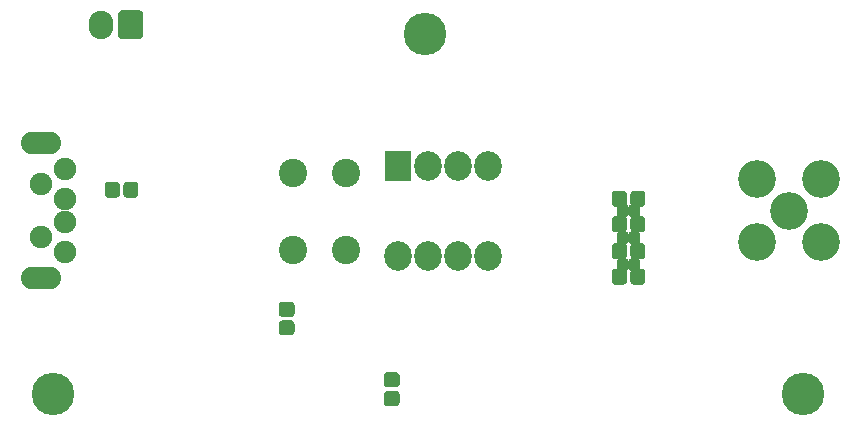
<source format=gbs>
G04 #@! TF.GenerationSoftware,KiCad,Pcbnew,5.1.2-f72e74a~84~ubuntu16.04.1*
G04 #@! TF.CreationDate,2019-06-16T18:40:27+01:00*
G04 #@! TF.ProjectId,TCXOsource,5443584f-736f-4757-9263-652e6b696361,rev?*
G04 #@! TF.SameCoordinates,Original*
G04 #@! TF.FileFunction,Soldermask,Bot*
G04 #@! TF.FilePolarity,Negative*
%FSLAX46Y46*%
G04 Gerber Fmt 4.6, Leading zero omitted, Abs format (unit mm)*
G04 Created by KiCad (PCBNEW 5.1.2-f72e74a~84~ubuntu16.04.1) date 2019-06-16 18:40:27*
%MOMM*%
%LPD*%
G04 APERTURE LIST*
%ADD10C,0.100000*%
%ADD11C,0.990000*%
%ADD12C,1.275000*%
%ADD13C,1.900000*%
%ADD14O,3.400000X1.900000*%
%ADD15C,2.100000*%
%ADD16O,2.100000X2.400000*%
%ADD17C,3.200000*%
%ADD18C,2.400000*%
%ADD19C,3.600000*%
%ADD20O,2.300000X2.500000*%
%ADD21R,2.300000X2.500000*%
G04 APERTURE END LIST*
D10*
G36*
X205018759Y-103113192D02*
G01*
X205042785Y-103116756D01*
X205066345Y-103122657D01*
X205089214Y-103130840D01*
X205111171Y-103141224D01*
X205132004Y-103153711D01*
X205151512Y-103168180D01*
X205169509Y-103184491D01*
X205185820Y-103202488D01*
X205200289Y-103221996D01*
X205212776Y-103242829D01*
X205223160Y-103264786D01*
X205231343Y-103287655D01*
X205237244Y-103311215D01*
X205240808Y-103335241D01*
X205242000Y-103359500D01*
X205242000Y-103904500D01*
X205240808Y-103928759D01*
X205237244Y-103952785D01*
X205231343Y-103976345D01*
X205223160Y-103999214D01*
X205212776Y-104021171D01*
X205200289Y-104042004D01*
X205185820Y-104061512D01*
X205169509Y-104079509D01*
X205151512Y-104095820D01*
X205132004Y-104110289D01*
X205111171Y-104122776D01*
X205089214Y-104133160D01*
X205066345Y-104141343D01*
X205042785Y-104147244D01*
X205018759Y-104150808D01*
X204994500Y-104152000D01*
X204499500Y-104152000D01*
X204475241Y-104150808D01*
X204451215Y-104147244D01*
X204427655Y-104141343D01*
X204404786Y-104133160D01*
X204382829Y-104122776D01*
X204361996Y-104110289D01*
X204342488Y-104095820D01*
X204324491Y-104079509D01*
X204308180Y-104061512D01*
X204293711Y-104042004D01*
X204281224Y-104021171D01*
X204270840Y-103999214D01*
X204262657Y-103976345D01*
X204256756Y-103952785D01*
X204253192Y-103928759D01*
X204252000Y-103904500D01*
X204252000Y-103359500D01*
X204253192Y-103335241D01*
X204256756Y-103311215D01*
X204262657Y-103287655D01*
X204270840Y-103264786D01*
X204281224Y-103242829D01*
X204293711Y-103221996D01*
X204308180Y-103202488D01*
X204324491Y-103184491D01*
X204342488Y-103168180D01*
X204361996Y-103153711D01*
X204382829Y-103141224D01*
X204404786Y-103130840D01*
X204427655Y-103122657D01*
X204451215Y-103116756D01*
X204475241Y-103113192D01*
X204499500Y-103112000D01*
X204994500Y-103112000D01*
X205018759Y-103113192D01*
X205018759Y-103113192D01*
G37*
D11*
X204747000Y-103632000D03*
D10*
G36*
X205988759Y-103113192D02*
G01*
X206012785Y-103116756D01*
X206036345Y-103122657D01*
X206059214Y-103130840D01*
X206081171Y-103141224D01*
X206102004Y-103153711D01*
X206121512Y-103168180D01*
X206139509Y-103184491D01*
X206155820Y-103202488D01*
X206170289Y-103221996D01*
X206182776Y-103242829D01*
X206193160Y-103264786D01*
X206201343Y-103287655D01*
X206207244Y-103311215D01*
X206210808Y-103335241D01*
X206212000Y-103359500D01*
X206212000Y-103904500D01*
X206210808Y-103928759D01*
X206207244Y-103952785D01*
X206201343Y-103976345D01*
X206193160Y-103999214D01*
X206182776Y-104021171D01*
X206170289Y-104042004D01*
X206155820Y-104061512D01*
X206139509Y-104079509D01*
X206121512Y-104095820D01*
X206102004Y-104110289D01*
X206081171Y-104122776D01*
X206059214Y-104133160D01*
X206036345Y-104141343D01*
X206012785Y-104147244D01*
X205988759Y-104150808D01*
X205964500Y-104152000D01*
X205469500Y-104152000D01*
X205445241Y-104150808D01*
X205421215Y-104147244D01*
X205397655Y-104141343D01*
X205374786Y-104133160D01*
X205352829Y-104122776D01*
X205331996Y-104110289D01*
X205312488Y-104095820D01*
X205294491Y-104079509D01*
X205278180Y-104061512D01*
X205263711Y-104042004D01*
X205251224Y-104021171D01*
X205240840Y-103999214D01*
X205232657Y-103976345D01*
X205226756Y-103952785D01*
X205223192Y-103928759D01*
X205222000Y-103904500D01*
X205222000Y-103359500D01*
X205223192Y-103335241D01*
X205226756Y-103311215D01*
X205232657Y-103287655D01*
X205240840Y-103264786D01*
X205251224Y-103242829D01*
X205263711Y-103221996D01*
X205278180Y-103202488D01*
X205294491Y-103184491D01*
X205312488Y-103168180D01*
X205331996Y-103153711D01*
X205352829Y-103141224D01*
X205374786Y-103130840D01*
X205397655Y-103122657D01*
X205421215Y-103116756D01*
X205445241Y-103113192D01*
X205469500Y-103112000D01*
X205964500Y-103112000D01*
X205988759Y-103113192D01*
X205988759Y-103113192D01*
G37*
D11*
X205717000Y-103632000D03*
D10*
G36*
X205018759Y-98541192D02*
G01*
X205042785Y-98544756D01*
X205066345Y-98550657D01*
X205089214Y-98558840D01*
X205111171Y-98569224D01*
X205132004Y-98581711D01*
X205151512Y-98596180D01*
X205169509Y-98612491D01*
X205185820Y-98630488D01*
X205200289Y-98649996D01*
X205212776Y-98670829D01*
X205223160Y-98692786D01*
X205231343Y-98715655D01*
X205237244Y-98739215D01*
X205240808Y-98763241D01*
X205242000Y-98787500D01*
X205242000Y-99332500D01*
X205240808Y-99356759D01*
X205237244Y-99380785D01*
X205231343Y-99404345D01*
X205223160Y-99427214D01*
X205212776Y-99449171D01*
X205200289Y-99470004D01*
X205185820Y-99489512D01*
X205169509Y-99507509D01*
X205151512Y-99523820D01*
X205132004Y-99538289D01*
X205111171Y-99550776D01*
X205089214Y-99561160D01*
X205066345Y-99569343D01*
X205042785Y-99575244D01*
X205018759Y-99578808D01*
X204994500Y-99580000D01*
X204499500Y-99580000D01*
X204475241Y-99578808D01*
X204451215Y-99575244D01*
X204427655Y-99569343D01*
X204404786Y-99561160D01*
X204382829Y-99550776D01*
X204361996Y-99538289D01*
X204342488Y-99523820D01*
X204324491Y-99507509D01*
X204308180Y-99489512D01*
X204293711Y-99470004D01*
X204281224Y-99449171D01*
X204270840Y-99427214D01*
X204262657Y-99404345D01*
X204256756Y-99380785D01*
X204253192Y-99356759D01*
X204252000Y-99332500D01*
X204252000Y-98787500D01*
X204253192Y-98763241D01*
X204256756Y-98739215D01*
X204262657Y-98715655D01*
X204270840Y-98692786D01*
X204281224Y-98670829D01*
X204293711Y-98649996D01*
X204308180Y-98630488D01*
X204324491Y-98612491D01*
X204342488Y-98596180D01*
X204361996Y-98581711D01*
X204382829Y-98569224D01*
X204404786Y-98558840D01*
X204427655Y-98550657D01*
X204451215Y-98544756D01*
X204475241Y-98541192D01*
X204499500Y-98540000D01*
X204994500Y-98540000D01*
X205018759Y-98541192D01*
X205018759Y-98541192D01*
G37*
D11*
X204747000Y-99060000D03*
D10*
G36*
X205988759Y-98541192D02*
G01*
X206012785Y-98544756D01*
X206036345Y-98550657D01*
X206059214Y-98558840D01*
X206081171Y-98569224D01*
X206102004Y-98581711D01*
X206121512Y-98596180D01*
X206139509Y-98612491D01*
X206155820Y-98630488D01*
X206170289Y-98649996D01*
X206182776Y-98670829D01*
X206193160Y-98692786D01*
X206201343Y-98715655D01*
X206207244Y-98739215D01*
X206210808Y-98763241D01*
X206212000Y-98787500D01*
X206212000Y-99332500D01*
X206210808Y-99356759D01*
X206207244Y-99380785D01*
X206201343Y-99404345D01*
X206193160Y-99427214D01*
X206182776Y-99449171D01*
X206170289Y-99470004D01*
X206155820Y-99489512D01*
X206139509Y-99507509D01*
X206121512Y-99523820D01*
X206102004Y-99538289D01*
X206081171Y-99550776D01*
X206059214Y-99561160D01*
X206036345Y-99569343D01*
X206012785Y-99575244D01*
X205988759Y-99578808D01*
X205964500Y-99580000D01*
X205469500Y-99580000D01*
X205445241Y-99578808D01*
X205421215Y-99575244D01*
X205397655Y-99569343D01*
X205374786Y-99561160D01*
X205352829Y-99550776D01*
X205331996Y-99538289D01*
X205312488Y-99523820D01*
X205294491Y-99507509D01*
X205278180Y-99489512D01*
X205263711Y-99470004D01*
X205251224Y-99449171D01*
X205240840Y-99427214D01*
X205232657Y-99404345D01*
X205226756Y-99380785D01*
X205223192Y-99356759D01*
X205222000Y-99332500D01*
X205222000Y-98787500D01*
X205223192Y-98763241D01*
X205226756Y-98739215D01*
X205232657Y-98715655D01*
X205240840Y-98692786D01*
X205251224Y-98670829D01*
X205263711Y-98649996D01*
X205278180Y-98630488D01*
X205294491Y-98612491D01*
X205312488Y-98596180D01*
X205331996Y-98581711D01*
X205352829Y-98569224D01*
X205374786Y-98558840D01*
X205397655Y-98550657D01*
X205421215Y-98544756D01*
X205445241Y-98541192D01*
X205469500Y-98540000D01*
X205964500Y-98540000D01*
X205988759Y-98541192D01*
X205988759Y-98541192D01*
G37*
D11*
X205717000Y-99060000D03*
D10*
G36*
X204794493Y-97370535D02*
G01*
X204825435Y-97375125D01*
X204855778Y-97382725D01*
X204885230Y-97393263D01*
X204913508Y-97406638D01*
X204940338Y-97422719D01*
X204965463Y-97441353D01*
X204988640Y-97462360D01*
X205009647Y-97485537D01*
X205028281Y-97510662D01*
X205044362Y-97537492D01*
X205057737Y-97565770D01*
X205068275Y-97595222D01*
X205075875Y-97625565D01*
X205080465Y-97656507D01*
X205082000Y-97687750D01*
X205082000Y-98400250D01*
X205080465Y-98431493D01*
X205075875Y-98462435D01*
X205068275Y-98492778D01*
X205057737Y-98522230D01*
X205044362Y-98550508D01*
X205028281Y-98577338D01*
X205009647Y-98602463D01*
X204988640Y-98625640D01*
X204965463Y-98646647D01*
X204940338Y-98665281D01*
X204913508Y-98681362D01*
X204885230Y-98694737D01*
X204855778Y-98705275D01*
X204825435Y-98712875D01*
X204794493Y-98717465D01*
X204763250Y-98719000D01*
X204125750Y-98719000D01*
X204094507Y-98717465D01*
X204063565Y-98712875D01*
X204033222Y-98705275D01*
X204003770Y-98694737D01*
X203975492Y-98681362D01*
X203948662Y-98665281D01*
X203923537Y-98646647D01*
X203900360Y-98625640D01*
X203879353Y-98602463D01*
X203860719Y-98577338D01*
X203844638Y-98550508D01*
X203831263Y-98522230D01*
X203820725Y-98492778D01*
X203813125Y-98462435D01*
X203808535Y-98431493D01*
X203807000Y-98400250D01*
X203807000Y-97687750D01*
X203808535Y-97656507D01*
X203813125Y-97625565D01*
X203820725Y-97595222D01*
X203831263Y-97565770D01*
X203844638Y-97537492D01*
X203860719Y-97510662D01*
X203879353Y-97485537D01*
X203900360Y-97462360D01*
X203923537Y-97441353D01*
X203948662Y-97422719D01*
X203975492Y-97406638D01*
X204003770Y-97393263D01*
X204033222Y-97382725D01*
X204063565Y-97375125D01*
X204094507Y-97370535D01*
X204125750Y-97369000D01*
X204763250Y-97369000D01*
X204794493Y-97370535D01*
X204794493Y-97370535D01*
G37*
D12*
X204444500Y-98044000D03*
D10*
G36*
X206369493Y-97370535D02*
G01*
X206400435Y-97375125D01*
X206430778Y-97382725D01*
X206460230Y-97393263D01*
X206488508Y-97406638D01*
X206515338Y-97422719D01*
X206540463Y-97441353D01*
X206563640Y-97462360D01*
X206584647Y-97485537D01*
X206603281Y-97510662D01*
X206619362Y-97537492D01*
X206632737Y-97565770D01*
X206643275Y-97595222D01*
X206650875Y-97625565D01*
X206655465Y-97656507D01*
X206657000Y-97687750D01*
X206657000Y-98400250D01*
X206655465Y-98431493D01*
X206650875Y-98462435D01*
X206643275Y-98492778D01*
X206632737Y-98522230D01*
X206619362Y-98550508D01*
X206603281Y-98577338D01*
X206584647Y-98602463D01*
X206563640Y-98625640D01*
X206540463Y-98646647D01*
X206515338Y-98665281D01*
X206488508Y-98681362D01*
X206460230Y-98694737D01*
X206430778Y-98705275D01*
X206400435Y-98712875D01*
X206369493Y-98717465D01*
X206338250Y-98719000D01*
X205700750Y-98719000D01*
X205669507Y-98717465D01*
X205638565Y-98712875D01*
X205608222Y-98705275D01*
X205578770Y-98694737D01*
X205550492Y-98681362D01*
X205523662Y-98665281D01*
X205498537Y-98646647D01*
X205475360Y-98625640D01*
X205454353Y-98602463D01*
X205435719Y-98577338D01*
X205419638Y-98550508D01*
X205406263Y-98522230D01*
X205395725Y-98492778D01*
X205388125Y-98462435D01*
X205383535Y-98431493D01*
X205382000Y-98400250D01*
X205382000Y-97687750D01*
X205383535Y-97656507D01*
X205388125Y-97625565D01*
X205395725Y-97595222D01*
X205406263Y-97565770D01*
X205419638Y-97537492D01*
X205435719Y-97510662D01*
X205454353Y-97485537D01*
X205475360Y-97462360D01*
X205498537Y-97441353D01*
X205523662Y-97422719D01*
X205550492Y-97406638D01*
X205578770Y-97393263D01*
X205608222Y-97382725D01*
X205638565Y-97375125D01*
X205669507Y-97370535D01*
X205700750Y-97369000D01*
X206338250Y-97369000D01*
X206369493Y-97370535D01*
X206369493Y-97370535D01*
G37*
D12*
X206019500Y-98044000D03*
D13*
X155448000Y-101310000D03*
X155448000Y-96810000D03*
X157548000Y-100060000D03*
X157548000Y-98060000D03*
X157548000Y-102560000D03*
X157548000Y-95560000D03*
D14*
X155448000Y-104760000D03*
X155448000Y-93360000D03*
D10*
G36*
X176663493Y-108355535D02*
G01*
X176694435Y-108360125D01*
X176724778Y-108367725D01*
X176754230Y-108378263D01*
X176782508Y-108391638D01*
X176809338Y-108407719D01*
X176834463Y-108426353D01*
X176857640Y-108447360D01*
X176878647Y-108470537D01*
X176897281Y-108495662D01*
X176913362Y-108522492D01*
X176926737Y-108550770D01*
X176937275Y-108580222D01*
X176944875Y-108610565D01*
X176949465Y-108641507D01*
X176951000Y-108672750D01*
X176951000Y-109310250D01*
X176949465Y-109341493D01*
X176944875Y-109372435D01*
X176937275Y-109402778D01*
X176926737Y-109432230D01*
X176913362Y-109460508D01*
X176897281Y-109487338D01*
X176878647Y-109512463D01*
X176857640Y-109535640D01*
X176834463Y-109556647D01*
X176809338Y-109575281D01*
X176782508Y-109591362D01*
X176754230Y-109604737D01*
X176724778Y-109615275D01*
X176694435Y-109622875D01*
X176663493Y-109627465D01*
X176632250Y-109629000D01*
X175919750Y-109629000D01*
X175888507Y-109627465D01*
X175857565Y-109622875D01*
X175827222Y-109615275D01*
X175797770Y-109604737D01*
X175769492Y-109591362D01*
X175742662Y-109575281D01*
X175717537Y-109556647D01*
X175694360Y-109535640D01*
X175673353Y-109512463D01*
X175654719Y-109487338D01*
X175638638Y-109460508D01*
X175625263Y-109432230D01*
X175614725Y-109402778D01*
X175607125Y-109372435D01*
X175602535Y-109341493D01*
X175601000Y-109310250D01*
X175601000Y-108672750D01*
X175602535Y-108641507D01*
X175607125Y-108610565D01*
X175614725Y-108580222D01*
X175625263Y-108550770D01*
X175638638Y-108522492D01*
X175654719Y-108495662D01*
X175673353Y-108470537D01*
X175694360Y-108447360D01*
X175717537Y-108426353D01*
X175742662Y-108407719D01*
X175769492Y-108391638D01*
X175797770Y-108378263D01*
X175827222Y-108367725D01*
X175857565Y-108360125D01*
X175888507Y-108355535D01*
X175919750Y-108354000D01*
X176632250Y-108354000D01*
X176663493Y-108355535D01*
X176663493Y-108355535D01*
G37*
D12*
X176276000Y-108991500D03*
D10*
G36*
X176663493Y-106780535D02*
G01*
X176694435Y-106785125D01*
X176724778Y-106792725D01*
X176754230Y-106803263D01*
X176782508Y-106816638D01*
X176809338Y-106832719D01*
X176834463Y-106851353D01*
X176857640Y-106872360D01*
X176878647Y-106895537D01*
X176897281Y-106920662D01*
X176913362Y-106947492D01*
X176926737Y-106975770D01*
X176937275Y-107005222D01*
X176944875Y-107035565D01*
X176949465Y-107066507D01*
X176951000Y-107097750D01*
X176951000Y-107735250D01*
X176949465Y-107766493D01*
X176944875Y-107797435D01*
X176937275Y-107827778D01*
X176926737Y-107857230D01*
X176913362Y-107885508D01*
X176897281Y-107912338D01*
X176878647Y-107937463D01*
X176857640Y-107960640D01*
X176834463Y-107981647D01*
X176809338Y-108000281D01*
X176782508Y-108016362D01*
X176754230Y-108029737D01*
X176724778Y-108040275D01*
X176694435Y-108047875D01*
X176663493Y-108052465D01*
X176632250Y-108054000D01*
X175919750Y-108054000D01*
X175888507Y-108052465D01*
X175857565Y-108047875D01*
X175827222Y-108040275D01*
X175797770Y-108029737D01*
X175769492Y-108016362D01*
X175742662Y-108000281D01*
X175717537Y-107981647D01*
X175694360Y-107960640D01*
X175673353Y-107937463D01*
X175654719Y-107912338D01*
X175638638Y-107885508D01*
X175625263Y-107857230D01*
X175614725Y-107827778D01*
X175607125Y-107797435D01*
X175602535Y-107766493D01*
X175601000Y-107735250D01*
X175601000Y-107097750D01*
X175602535Y-107066507D01*
X175607125Y-107035565D01*
X175614725Y-107005222D01*
X175625263Y-106975770D01*
X175638638Y-106947492D01*
X175654719Y-106920662D01*
X175673353Y-106895537D01*
X175694360Y-106872360D01*
X175717537Y-106851353D01*
X175742662Y-106832719D01*
X175769492Y-106816638D01*
X175797770Y-106803263D01*
X175827222Y-106792725D01*
X175857565Y-106785125D01*
X175888507Y-106780535D01*
X175919750Y-106779000D01*
X176632250Y-106779000D01*
X176663493Y-106780535D01*
X176663493Y-106780535D01*
G37*
D12*
X176276000Y-107416500D03*
D10*
G36*
X163839447Y-82113487D02*
G01*
X163869425Y-82117934D01*
X163898824Y-82125298D01*
X163927358Y-82135508D01*
X163954755Y-82148465D01*
X163980750Y-82164046D01*
X164005092Y-82182100D01*
X164027548Y-82202452D01*
X164047900Y-82224908D01*
X164065954Y-82249250D01*
X164081535Y-82275245D01*
X164094492Y-82302642D01*
X164104702Y-82331176D01*
X164112066Y-82360575D01*
X164116513Y-82390553D01*
X164118000Y-82420823D01*
X164118000Y-84203177D01*
X164116513Y-84233447D01*
X164112066Y-84263425D01*
X164104702Y-84292824D01*
X164094492Y-84321358D01*
X164081535Y-84348755D01*
X164065954Y-84374750D01*
X164047900Y-84399092D01*
X164027548Y-84421548D01*
X164005092Y-84441900D01*
X163980750Y-84459954D01*
X163954755Y-84475535D01*
X163927358Y-84488492D01*
X163898824Y-84498702D01*
X163869425Y-84506066D01*
X163839447Y-84510513D01*
X163809177Y-84512000D01*
X162326823Y-84512000D01*
X162296553Y-84510513D01*
X162266575Y-84506066D01*
X162237176Y-84498702D01*
X162208642Y-84488492D01*
X162181245Y-84475535D01*
X162155250Y-84459954D01*
X162130908Y-84441900D01*
X162108452Y-84421548D01*
X162088100Y-84399092D01*
X162070046Y-84374750D01*
X162054465Y-84348755D01*
X162041508Y-84321358D01*
X162031298Y-84292824D01*
X162023934Y-84263425D01*
X162019487Y-84233447D01*
X162018000Y-84203177D01*
X162018000Y-82420823D01*
X162019487Y-82390553D01*
X162023934Y-82360575D01*
X162031298Y-82331176D01*
X162041508Y-82302642D01*
X162054465Y-82275245D01*
X162070046Y-82249250D01*
X162088100Y-82224908D01*
X162108452Y-82202452D01*
X162130908Y-82182100D01*
X162155250Y-82164046D01*
X162181245Y-82148465D01*
X162208642Y-82135508D01*
X162237176Y-82125298D01*
X162266575Y-82117934D01*
X162296553Y-82113487D01*
X162326823Y-82112000D01*
X163809177Y-82112000D01*
X163839447Y-82113487D01*
X163839447Y-82113487D01*
G37*
D15*
X163068000Y-83312000D03*
D16*
X160568000Y-83312000D03*
D17*
X218821000Y-99060000D03*
X221521000Y-101760000D03*
X221521000Y-96360000D03*
X216121000Y-96360000D03*
X216121000Y-101760000D03*
D10*
G36*
X163443493Y-96608535D02*
G01*
X163474435Y-96613125D01*
X163504778Y-96620725D01*
X163534230Y-96631263D01*
X163562508Y-96644638D01*
X163589338Y-96660719D01*
X163614463Y-96679353D01*
X163637640Y-96700360D01*
X163658647Y-96723537D01*
X163677281Y-96748662D01*
X163693362Y-96775492D01*
X163706737Y-96803770D01*
X163717275Y-96833222D01*
X163724875Y-96863565D01*
X163729465Y-96894507D01*
X163731000Y-96925750D01*
X163731000Y-97638250D01*
X163729465Y-97669493D01*
X163724875Y-97700435D01*
X163717275Y-97730778D01*
X163706737Y-97760230D01*
X163693362Y-97788508D01*
X163677281Y-97815338D01*
X163658647Y-97840463D01*
X163637640Y-97863640D01*
X163614463Y-97884647D01*
X163589338Y-97903281D01*
X163562508Y-97919362D01*
X163534230Y-97932737D01*
X163504778Y-97943275D01*
X163474435Y-97950875D01*
X163443493Y-97955465D01*
X163412250Y-97957000D01*
X162774750Y-97957000D01*
X162743507Y-97955465D01*
X162712565Y-97950875D01*
X162682222Y-97943275D01*
X162652770Y-97932737D01*
X162624492Y-97919362D01*
X162597662Y-97903281D01*
X162572537Y-97884647D01*
X162549360Y-97863640D01*
X162528353Y-97840463D01*
X162509719Y-97815338D01*
X162493638Y-97788508D01*
X162480263Y-97760230D01*
X162469725Y-97730778D01*
X162462125Y-97700435D01*
X162457535Y-97669493D01*
X162456000Y-97638250D01*
X162456000Y-96925750D01*
X162457535Y-96894507D01*
X162462125Y-96863565D01*
X162469725Y-96833222D01*
X162480263Y-96803770D01*
X162493638Y-96775492D01*
X162509719Y-96748662D01*
X162528353Y-96723537D01*
X162549360Y-96700360D01*
X162572537Y-96679353D01*
X162597662Y-96660719D01*
X162624492Y-96644638D01*
X162652770Y-96631263D01*
X162682222Y-96620725D01*
X162712565Y-96613125D01*
X162743507Y-96608535D01*
X162774750Y-96607000D01*
X163412250Y-96607000D01*
X163443493Y-96608535D01*
X163443493Y-96608535D01*
G37*
D12*
X163093500Y-97282000D03*
D10*
G36*
X161868493Y-96608535D02*
G01*
X161899435Y-96613125D01*
X161929778Y-96620725D01*
X161959230Y-96631263D01*
X161987508Y-96644638D01*
X162014338Y-96660719D01*
X162039463Y-96679353D01*
X162062640Y-96700360D01*
X162083647Y-96723537D01*
X162102281Y-96748662D01*
X162118362Y-96775492D01*
X162131737Y-96803770D01*
X162142275Y-96833222D01*
X162149875Y-96863565D01*
X162154465Y-96894507D01*
X162156000Y-96925750D01*
X162156000Y-97638250D01*
X162154465Y-97669493D01*
X162149875Y-97700435D01*
X162142275Y-97730778D01*
X162131737Y-97760230D01*
X162118362Y-97788508D01*
X162102281Y-97815338D01*
X162083647Y-97840463D01*
X162062640Y-97863640D01*
X162039463Y-97884647D01*
X162014338Y-97903281D01*
X161987508Y-97919362D01*
X161959230Y-97932737D01*
X161929778Y-97943275D01*
X161899435Y-97950875D01*
X161868493Y-97955465D01*
X161837250Y-97957000D01*
X161199750Y-97957000D01*
X161168507Y-97955465D01*
X161137565Y-97950875D01*
X161107222Y-97943275D01*
X161077770Y-97932737D01*
X161049492Y-97919362D01*
X161022662Y-97903281D01*
X160997537Y-97884647D01*
X160974360Y-97863640D01*
X160953353Y-97840463D01*
X160934719Y-97815338D01*
X160918638Y-97788508D01*
X160905263Y-97760230D01*
X160894725Y-97730778D01*
X160887125Y-97700435D01*
X160882535Y-97669493D01*
X160881000Y-97638250D01*
X160881000Y-96925750D01*
X160882535Y-96894507D01*
X160887125Y-96863565D01*
X160894725Y-96833222D01*
X160905263Y-96803770D01*
X160918638Y-96775492D01*
X160934719Y-96748662D01*
X160953353Y-96723537D01*
X160974360Y-96700360D01*
X160997537Y-96679353D01*
X161022662Y-96660719D01*
X161049492Y-96644638D01*
X161077770Y-96631263D01*
X161107222Y-96620725D01*
X161137565Y-96613125D01*
X161168507Y-96608535D01*
X161199750Y-96607000D01*
X161837250Y-96607000D01*
X161868493Y-96608535D01*
X161868493Y-96608535D01*
G37*
D12*
X161518500Y-97282000D03*
D18*
X181284000Y-102362000D03*
X176784000Y-102362000D03*
X181284000Y-95862000D03*
X176784000Y-95862000D03*
D10*
G36*
X206369493Y-99529535D02*
G01*
X206400435Y-99534125D01*
X206430778Y-99541725D01*
X206460230Y-99552263D01*
X206488508Y-99565638D01*
X206515338Y-99581719D01*
X206540463Y-99600353D01*
X206563640Y-99621360D01*
X206584647Y-99644537D01*
X206603281Y-99669662D01*
X206619362Y-99696492D01*
X206632737Y-99724770D01*
X206643275Y-99754222D01*
X206650875Y-99784565D01*
X206655465Y-99815507D01*
X206657000Y-99846750D01*
X206657000Y-100559250D01*
X206655465Y-100590493D01*
X206650875Y-100621435D01*
X206643275Y-100651778D01*
X206632737Y-100681230D01*
X206619362Y-100709508D01*
X206603281Y-100736338D01*
X206584647Y-100761463D01*
X206563640Y-100784640D01*
X206540463Y-100805647D01*
X206515338Y-100824281D01*
X206488508Y-100840362D01*
X206460230Y-100853737D01*
X206430778Y-100864275D01*
X206400435Y-100871875D01*
X206369493Y-100876465D01*
X206338250Y-100878000D01*
X205700750Y-100878000D01*
X205669507Y-100876465D01*
X205638565Y-100871875D01*
X205608222Y-100864275D01*
X205578770Y-100853737D01*
X205550492Y-100840362D01*
X205523662Y-100824281D01*
X205498537Y-100805647D01*
X205475360Y-100784640D01*
X205454353Y-100761463D01*
X205435719Y-100736338D01*
X205419638Y-100709508D01*
X205406263Y-100681230D01*
X205395725Y-100651778D01*
X205388125Y-100621435D01*
X205383535Y-100590493D01*
X205382000Y-100559250D01*
X205382000Y-99846750D01*
X205383535Y-99815507D01*
X205388125Y-99784565D01*
X205395725Y-99754222D01*
X205406263Y-99724770D01*
X205419638Y-99696492D01*
X205435719Y-99669662D01*
X205454353Y-99644537D01*
X205475360Y-99621360D01*
X205498537Y-99600353D01*
X205523662Y-99581719D01*
X205550492Y-99565638D01*
X205578770Y-99552263D01*
X205608222Y-99541725D01*
X205638565Y-99534125D01*
X205669507Y-99529535D01*
X205700750Y-99528000D01*
X206338250Y-99528000D01*
X206369493Y-99529535D01*
X206369493Y-99529535D01*
G37*
D12*
X206019500Y-100203000D03*
D10*
G36*
X204794493Y-99529535D02*
G01*
X204825435Y-99534125D01*
X204855778Y-99541725D01*
X204885230Y-99552263D01*
X204913508Y-99565638D01*
X204940338Y-99581719D01*
X204965463Y-99600353D01*
X204988640Y-99621360D01*
X205009647Y-99644537D01*
X205028281Y-99669662D01*
X205044362Y-99696492D01*
X205057737Y-99724770D01*
X205068275Y-99754222D01*
X205075875Y-99784565D01*
X205080465Y-99815507D01*
X205082000Y-99846750D01*
X205082000Y-100559250D01*
X205080465Y-100590493D01*
X205075875Y-100621435D01*
X205068275Y-100651778D01*
X205057737Y-100681230D01*
X205044362Y-100709508D01*
X205028281Y-100736338D01*
X205009647Y-100761463D01*
X204988640Y-100784640D01*
X204965463Y-100805647D01*
X204940338Y-100824281D01*
X204913508Y-100840362D01*
X204885230Y-100853737D01*
X204855778Y-100864275D01*
X204825435Y-100871875D01*
X204794493Y-100876465D01*
X204763250Y-100878000D01*
X204125750Y-100878000D01*
X204094507Y-100876465D01*
X204063565Y-100871875D01*
X204033222Y-100864275D01*
X204003770Y-100853737D01*
X203975492Y-100840362D01*
X203948662Y-100824281D01*
X203923537Y-100805647D01*
X203900360Y-100784640D01*
X203879353Y-100761463D01*
X203860719Y-100736338D01*
X203844638Y-100709508D01*
X203831263Y-100681230D01*
X203820725Y-100651778D01*
X203813125Y-100621435D01*
X203808535Y-100590493D01*
X203807000Y-100559250D01*
X203807000Y-99846750D01*
X203808535Y-99815507D01*
X203813125Y-99784565D01*
X203820725Y-99754222D01*
X203831263Y-99724770D01*
X203844638Y-99696492D01*
X203860719Y-99669662D01*
X203879353Y-99644537D01*
X203900360Y-99621360D01*
X203923537Y-99600353D01*
X203948662Y-99581719D01*
X203975492Y-99565638D01*
X204003770Y-99552263D01*
X204033222Y-99541725D01*
X204063565Y-99534125D01*
X204094507Y-99529535D01*
X204125750Y-99528000D01*
X204763250Y-99528000D01*
X204794493Y-99529535D01*
X204794493Y-99529535D01*
G37*
D12*
X204444500Y-100203000D03*
D10*
G36*
X205018759Y-100827192D02*
G01*
X205042785Y-100830756D01*
X205066345Y-100836657D01*
X205089214Y-100844840D01*
X205111171Y-100855224D01*
X205132004Y-100867711D01*
X205151512Y-100882180D01*
X205169509Y-100898491D01*
X205185820Y-100916488D01*
X205200289Y-100935996D01*
X205212776Y-100956829D01*
X205223160Y-100978786D01*
X205231343Y-101001655D01*
X205237244Y-101025215D01*
X205240808Y-101049241D01*
X205242000Y-101073500D01*
X205242000Y-101618500D01*
X205240808Y-101642759D01*
X205237244Y-101666785D01*
X205231343Y-101690345D01*
X205223160Y-101713214D01*
X205212776Y-101735171D01*
X205200289Y-101756004D01*
X205185820Y-101775512D01*
X205169509Y-101793509D01*
X205151512Y-101809820D01*
X205132004Y-101824289D01*
X205111171Y-101836776D01*
X205089214Y-101847160D01*
X205066345Y-101855343D01*
X205042785Y-101861244D01*
X205018759Y-101864808D01*
X204994500Y-101866000D01*
X204499500Y-101866000D01*
X204475241Y-101864808D01*
X204451215Y-101861244D01*
X204427655Y-101855343D01*
X204404786Y-101847160D01*
X204382829Y-101836776D01*
X204361996Y-101824289D01*
X204342488Y-101809820D01*
X204324491Y-101793509D01*
X204308180Y-101775512D01*
X204293711Y-101756004D01*
X204281224Y-101735171D01*
X204270840Y-101713214D01*
X204262657Y-101690345D01*
X204256756Y-101666785D01*
X204253192Y-101642759D01*
X204252000Y-101618500D01*
X204252000Y-101073500D01*
X204253192Y-101049241D01*
X204256756Y-101025215D01*
X204262657Y-101001655D01*
X204270840Y-100978786D01*
X204281224Y-100956829D01*
X204293711Y-100935996D01*
X204308180Y-100916488D01*
X204324491Y-100898491D01*
X204342488Y-100882180D01*
X204361996Y-100867711D01*
X204382829Y-100855224D01*
X204404786Y-100844840D01*
X204427655Y-100836657D01*
X204451215Y-100830756D01*
X204475241Y-100827192D01*
X204499500Y-100826000D01*
X204994500Y-100826000D01*
X205018759Y-100827192D01*
X205018759Y-100827192D01*
G37*
D11*
X204747000Y-101346000D03*
D10*
G36*
X205988759Y-100827192D02*
G01*
X206012785Y-100830756D01*
X206036345Y-100836657D01*
X206059214Y-100844840D01*
X206081171Y-100855224D01*
X206102004Y-100867711D01*
X206121512Y-100882180D01*
X206139509Y-100898491D01*
X206155820Y-100916488D01*
X206170289Y-100935996D01*
X206182776Y-100956829D01*
X206193160Y-100978786D01*
X206201343Y-101001655D01*
X206207244Y-101025215D01*
X206210808Y-101049241D01*
X206212000Y-101073500D01*
X206212000Y-101618500D01*
X206210808Y-101642759D01*
X206207244Y-101666785D01*
X206201343Y-101690345D01*
X206193160Y-101713214D01*
X206182776Y-101735171D01*
X206170289Y-101756004D01*
X206155820Y-101775512D01*
X206139509Y-101793509D01*
X206121512Y-101809820D01*
X206102004Y-101824289D01*
X206081171Y-101836776D01*
X206059214Y-101847160D01*
X206036345Y-101855343D01*
X206012785Y-101861244D01*
X205988759Y-101864808D01*
X205964500Y-101866000D01*
X205469500Y-101866000D01*
X205445241Y-101864808D01*
X205421215Y-101861244D01*
X205397655Y-101855343D01*
X205374786Y-101847160D01*
X205352829Y-101836776D01*
X205331996Y-101824289D01*
X205312488Y-101809820D01*
X205294491Y-101793509D01*
X205278180Y-101775512D01*
X205263711Y-101756004D01*
X205251224Y-101735171D01*
X205240840Y-101713214D01*
X205232657Y-101690345D01*
X205226756Y-101666785D01*
X205223192Y-101642759D01*
X205222000Y-101618500D01*
X205222000Y-101073500D01*
X205223192Y-101049241D01*
X205226756Y-101025215D01*
X205232657Y-101001655D01*
X205240840Y-100978786D01*
X205251224Y-100956829D01*
X205263711Y-100935996D01*
X205278180Y-100916488D01*
X205294491Y-100898491D01*
X205312488Y-100882180D01*
X205331996Y-100867711D01*
X205352829Y-100855224D01*
X205374786Y-100844840D01*
X205397655Y-100836657D01*
X205421215Y-100830756D01*
X205445241Y-100827192D01*
X205469500Y-100826000D01*
X205964500Y-100826000D01*
X205988759Y-100827192D01*
X205988759Y-100827192D01*
G37*
D11*
X205717000Y-101346000D03*
D10*
G36*
X206369493Y-103974535D02*
G01*
X206400435Y-103979125D01*
X206430778Y-103986725D01*
X206460230Y-103997263D01*
X206488508Y-104010638D01*
X206515338Y-104026719D01*
X206540463Y-104045353D01*
X206563640Y-104066360D01*
X206584647Y-104089537D01*
X206603281Y-104114662D01*
X206619362Y-104141492D01*
X206632737Y-104169770D01*
X206643275Y-104199222D01*
X206650875Y-104229565D01*
X206655465Y-104260507D01*
X206657000Y-104291750D01*
X206657000Y-105004250D01*
X206655465Y-105035493D01*
X206650875Y-105066435D01*
X206643275Y-105096778D01*
X206632737Y-105126230D01*
X206619362Y-105154508D01*
X206603281Y-105181338D01*
X206584647Y-105206463D01*
X206563640Y-105229640D01*
X206540463Y-105250647D01*
X206515338Y-105269281D01*
X206488508Y-105285362D01*
X206460230Y-105298737D01*
X206430778Y-105309275D01*
X206400435Y-105316875D01*
X206369493Y-105321465D01*
X206338250Y-105323000D01*
X205700750Y-105323000D01*
X205669507Y-105321465D01*
X205638565Y-105316875D01*
X205608222Y-105309275D01*
X205578770Y-105298737D01*
X205550492Y-105285362D01*
X205523662Y-105269281D01*
X205498537Y-105250647D01*
X205475360Y-105229640D01*
X205454353Y-105206463D01*
X205435719Y-105181338D01*
X205419638Y-105154508D01*
X205406263Y-105126230D01*
X205395725Y-105096778D01*
X205388125Y-105066435D01*
X205383535Y-105035493D01*
X205382000Y-105004250D01*
X205382000Y-104291750D01*
X205383535Y-104260507D01*
X205388125Y-104229565D01*
X205395725Y-104199222D01*
X205406263Y-104169770D01*
X205419638Y-104141492D01*
X205435719Y-104114662D01*
X205454353Y-104089537D01*
X205475360Y-104066360D01*
X205498537Y-104045353D01*
X205523662Y-104026719D01*
X205550492Y-104010638D01*
X205578770Y-103997263D01*
X205608222Y-103986725D01*
X205638565Y-103979125D01*
X205669507Y-103974535D01*
X205700750Y-103973000D01*
X206338250Y-103973000D01*
X206369493Y-103974535D01*
X206369493Y-103974535D01*
G37*
D12*
X206019500Y-104648000D03*
D10*
G36*
X204794493Y-103974535D02*
G01*
X204825435Y-103979125D01*
X204855778Y-103986725D01*
X204885230Y-103997263D01*
X204913508Y-104010638D01*
X204940338Y-104026719D01*
X204965463Y-104045353D01*
X204988640Y-104066360D01*
X205009647Y-104089537D01*
X205028281Y-104114662D01*
X205044362Y-104141492D01*
X205057737Y-104169770D01*
X205068275Y-104199222D01*
X205075875Y-104229565D01*
X205080465Y-104260507D01*
X205082000Y-104291750D01*
X205082000Y-105004250D01*
X205080465Y-105035493D01*
X205075875Y-105066435D01*
X205068275Y-105096778D01*
X205057737Y-105126230D01*
X205044362Y-105154508D01*
X205028281Y-105181338D01*
X205009647Y-105206463D01*
X204988640Y-105229640D01*
X204965463Y-105250647D01*
X204940338Y-105269281D01*
X204913508Y-105285362D01*
X204885230Y-105298737D01*
X204855778Y-105309275D01*
X204825435Y-105316875D01*
X204794493Y-105321465D01*
X204763250Y-105323000D01*
X204125750Y-105323000D01*
X204094507Y-105321465D01*
X204063565Y-105316875D01*
X204033222Y-105309275D01*
X204003770Y-105298737D01*
X203975492Y-105285362D01*
X203948662Y-105269281D01*
X203923537Y-105250647D01*
X203900360Y-105229640D01*
X203879353Y-105206463D01*
X203860719Y-105181338D01*
X203844638Y-105154508D01*
X203831263Y-105126230D01*
X203820725Y-105096778D01*
X203813125Y-105066435D01*
X203808535Y-105035493D01*
X203807000Y-105004250D01*
X203807000Y-104291750D01*
X203808535Y-104260507D01*
X203813125Y-104229565D01*
X203820725Y-104199222D01*
X203831263Y-104169770D01*
X203844638Y-104141492D01*
X203860719Y-104114662D01*
X203879353Y-104089537D01*
X203900360Y-104066360D01*
X203923537Y-104045353D01*
X203948662Y-104026719D01*
X203975492Y-104010638D01*
X204003770Y-103997263D01*
X204033222Y-103986725D01*
X204063565Y-103979125D01*
X204094507Y-103974535D01*
X204125750Y-103973000D01*
X204763250Y-103973000D01*
X204794493Y-103974535D01*
X204794493Y-103974535D01*
G37*
D12*
X204444500Y-104648000D03*
D19*
X156464000Y-114554000D03*
X187960000Y-84074000D03*
X219964000Y-114554000D03*
D10*
G36*
X185558494Y-114328536D02*
G01*
X185589436Y-114333126D01*
X185619779Y-114340726D01*
X185649231Y-114351264D01*
X185677509Y-114364639D01*
X185704339Y-114380720D01*
X185729464Y-114399354D01*
X185752641Y-114420361D01*
X185773648Y-114443538D01*
X185792282Y-114468663D01*
X185808363Y-114495493D01*
X185821738Y-114523771D01*
X185832276Y-114553223D01*
X185839876Y-114583566D01*
X185844466Y-114614508D01*
X185846001Y-114645751D01*
X185846001Y-115283251D01*
X185844466Y-115314494D01*
X185839876Y-115345436D01*
X185832276Y-115375779D01*
X185821738Y-115405231D01*
X185808363Y-115433509D01*
X185792282Y-115460339D01*
X185773648Y-115485464D01*
X185752641Y-115508641D01*
X185729464Y-115529648D01*
X185704339Y-115548282D01*
X185677509Y-115564363D01*
X185649231Y-115577738D01*
X185619779Y-115588276D01*
X185589436Y-115595876D01*
X185558494Y-115600466D01*
X185527251Y-115602001D01*
X184814751Y-115602001D01*
X184783508Y-115600466D01*
X184752566Y-115595876D01*
X184722223Y-115588276D01*
X184692771Y-115577738D01*
X184664493Y-115564363D01*
X184637663Y-115548282D01*
X184612538Y-115529648D01*
X184589361Y-115508641D01*
X184568354Y-115485464D01*
X184549720Y-115460339D01*
X184533639Y-115433509D01*
X184520264Y-115405231D01*
X184509726Y-115375779D01*
X184502126Y-115345436D01*
X184497536Y-115314494D01*
X184496001Y-115283251D01*
X184496001Y-114645751D01*
X184497536Y-114614508D01*
X184502126Y-114583566D01*
X184509726Y-114553223D01*
X184520264Y-114523771D01*
X184533639Y-114495493D01*
X184549720Y-114468663D01*
X184568354Y-114443538D01*
X184589361Y-114420361D01*
X184612538Y-114399354D01*
X184637663Y-114380720D01*
X184664493Y-114364639D01*
X184692771Y-114351264D01*
X184722223Y-114340726D01*
X184752566Y-114333126D01*
X184783508Y-114328536D01*
X184814751Y-114327001D01*
X185527251Y-114327001D01*
X185558494Y-114328536D01*
X185558494Y-114328536D01*
G37*
D12*
X185171001Y-114964501D03*
D10*
G36*
X185558494Y-112753536D02*
G01*
X185589436Y-112758126D01*
X185619779Y-112765726D01*
X185649231Y-112776264D01*
X185677509Y-112789639D01*
X185704339Y-112805720D01*
X185729464Y-112824354D01*
X185752641Y-112845361D01*
X185773648Y-112868538D01*
X185792282Y-112893663D01*
X185808363Y-112920493D01*
X185821738Y-112948771D01*
X185832276Y-112978223D01*
X185839876Y-113008566D01*
X185844466Y-113039508D01*
X185846001Y-113070751D01*
X185846001Y-113708251D01*
X185844466Y-113739494D01*
X185839876Y-113770436D01*
X185832276Y-113800779D01*
X185821738Y-113830231D01*
X185808363Y-113858509D01*
X185792282Y-113885339D01*
X185773648Y-113910464D01*
X185752641Y-113933641D01*
X185729464Y-113954648D01*
X185704339Y-113973282D01*
X185677509Y-113989363D01*
X185649231Y-114002738D01*
X185619779Y-114013276D01*
X185589436Y-114020876D01*
X185558494Y-114025466D01*
X185527251Y-114027001D01*
X184814751Y-114027001D01*
X184783508Y-114025466D01*
X184752566Y-114020876D01*
X184722223Y-114013276D01*
X184692771Y-114002738D01*
X184664493Y-113989363D01*
X184637663Y-113973282D01*
X184612538Y-113954648D01*
X184589361Y-113933641D01*
X184568354Y-113910464D01*
X184549720Y-113885339D01*
X184533639Y-113858509D01*
X184520264Y-113830231D01*
X184509726Y-113800779D01*
X184502126Y-113770436D01*
X184497536Y-113739494D01*
X184496001Y-113708251D01*
X184496001Y-113070751D01*
X184497536Y-113039508D01*
X184502126Y-113008566D01*
X184509726Y-112978223D01*
X184520264Y-112948771D01*
X184533639Y-112920493D01*
X184549720Y-112893663D01*
X184568354Y-112868538D01*
X184589361Y-112845361D01*
X184612538Y-112824354D01*
X184637663Y-112805720D01*
X184664493Y-112789639D01*
X184692771Y-112776264D01*
X184722223Y-112765726D01*
X184752566Y-112758126D01*
X184783508Y-112753536D01*
X184814751Y-112752001D01*
X185527251Y-112752001D01*
X185558494Y-112753536D01*
X185558494Y-112753536D01*
G37*
D12*
X185171001Y-113389501D03*
D10*
G36*
X206369493Y-101815535D02*
G01*
X206400435Y-101820125D01*
X206430778Y-101827725D01*
X206460230Y-101838263D01*
X206488508Y-101851638D01*
X206515338Y-101867719D01*
X206540463Y-101886353D01*
X206563640Y-101907360D01*
X206584647Y-101930537D01*
X206603281Y-101955662D01*
X206619362Y-101982492D01*
X206632737Y-102010770D01*
X206643275Y-102040222D01*
X206650875Y-102070565D01*
X206655465Y-102101507D01*
X206657000Y-102132750D01*
X206657000Y-102845250D01*
X206655465Y-102876493D01*
X206650875Y-102907435D01*
X206643275Y-102937778D01*
X206632737Y-102967230D01*
X206619362Y-102995508D01*
X206603281Y-103022338D01*
X206584647Y-103047463D01*
X206563640Y-103070640D01*
X206540463Y-103091647D01*
X206515338Y-103110281D01*
X206488508Y-103126362D01*
X206460230Y-103139737D01*
X206430778Y-103150275D01*
X206400435Y-103157875D01*
X206369493Y-103162465D01*
X206338250Y-103164000D01*
X205700750Y-103164000D01*
X205669507Y-103162465D01*
X205638565Y-103157875D01*
X205608222Y-103150275D01*
X205578770Y-103139737D01*
X205550492Y-103126362D01*
X205523662Y-103110281D01*
X205498537Y-103091647D01*
X205475360Y-103070640D01*
X205454353Y-103047463D01*
X205435719Y-103022338D01*
X205419638Y-102995508D01*
X205406263Y-102967230D01*
X205395725Y-102937778D01*
X205388125Y-102907435D01*
X205383535Y-102876493D01*
X205382000Y-102845250D01*
X205382000Y-102132750D01*
X205383535Y-102101507D01*
X205388125Y-102070565D01*
X205395725Y-102040222D01*
X205406263Y-102010770D01*
X205419638Y-101982492D01*
X205435719Y-101955662D01*
X205454353Y-101930537D01*
X205475360Y-101907360D01*
X205498537Y-101886353D01*
X205523662Y-101867719D01*
X205550492Y-101851638D01*
X205578770Y-101838263D01*
X205608222Y-101827725D01*
X205638565Y-101820125D01*
X205669507Y-101815535D01*
X205700750Y-101814000D01*
X206338250Y-101814000D01*
X206369493Y-101815535D01*
X206369493Y-101815535D01*
G37*
D12*
X206019500Y-102489000D03*
D10*
G36*
X204794493Y-101815535D02*
G01*
X204825435Y-101820125D01*
X204855778Y-101827725D01*
X204885230Y-101838263D01*
X204913508Y-101851638D01*
X204940338Y-101867719D01*
X204965463Y-101886353D01*
X204988640Y-101907360D01*
X205009647Y-101930537D01*
X205028281Y-101955662D01*
X205044362Y-101982492D01*
X205057737Y-102010770D01*
X205068275Y-102040222D01*
X205075875Y-102070565D01*
X205080465Y-102101507D01*
X205082000Y-102132750D01*
X205082000Y-102845250D01*
X205080465Y-102876493D01*
X205075875Y-102907435D01*
X205068275Y-102937778D01*
X205057737Y-102967230D01*
X205044362Y-102995508D01*
X205028281Y-103022338D01*
X205009647Y-103047463D01*
X204988640Y-103070640D01*
X204965463Y-103091647D01*
X204940338Y-103110281D01*
X204913508Y-103126362D01*
X204885230Y-103139737D01*
X204855778Y-103150275D01*
X204825435Y-103157875D01*
X204794493Y-103162465D01*
X204763250Y-103164000D01*
X204125750Y-103164000D01*
X204094507Y-103162465D01*
X204063565Y-103157875D01*
X204033222Y-103150275D01*
X204003770Y-103139737D01*
X203975492Y-103126362D01*
X203948662Y-103110281D01*
X203923537Y-103091647D01*
X203900360Y-103070640D01*
X203879353Y-103047463D01*
X203860719Y-103022338D01*
X203844638Y-102995508D01*
X203831263Y-102967230D01*
X203820725Y-102937778D01*
X203813125Y-102907435D01*
X203808535Y-102876493D01*
X203807000Y-102845250D01*
X203807000Y-102132750D01*
X203808535Y-102101507D01*
X203813125Y-102070565D01*
X203820725Y-102040222D01*
X203831263Y-102010770D01*
X203844638Y-101982492D01*
X203860719Y-101955662D01*
X203879353Y-101930537D01*
X203900360Y-101907360D01*
X203923537Y-101886353D01*
X203948662Y-101867719D01*
X203975492Y-101851638D01*
X204003770Y-101838263D01*
X204033222Y-101827725D01*
X204063565Y-101820125D01*
X204094507Y-101815535D01*
X204125750Y-101814000D01*
X204763250Y-101814000D01*
X204794493Y-101815535D01*
X204794493Y-101815535D01*
G37*
D12*
X204444500Y-102489000D03*
D20*
X188214000Y-102870000D03*
X190754000Y-95250000D03*
X190754000Y-102870000D03*
X188214000Y-95250000D03*
X185674000Y-102870000D03*
D21*
X185674000Y-95250000D03*
D20*
X193294000Y-95250000D03*
X193294000Y-102870000D03*
M02*

</source>
